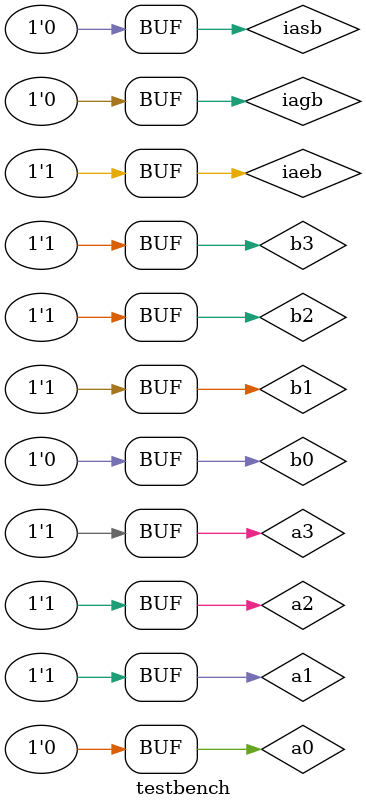
<source format=v>


`timescale 1ns/100ps

module testbench;
reg a3,a2,a1,a0,b3,b2,b1,b0,iagb,iasb, iaeb; 
wire qagb,qasb,qaeb;

HC85 HC85_0 (
    // Inputs
    .A3(a3),
    .A2(a2),
    .A1(a1),
    .A0(a0),
    .B3(b3),
    .B2(b2),
    .B1(b1),
    .B0(b0),
    .IAGB(iagb),
    .IASB(iasb),
    .IAEB(iaeb),

    // Outputs
    .QAGB( qagb),
    .QASB( qasb),
    .QAEB( qaeb)
    // Inouts
);
initial 
    begin
    a3=1;a2=0;a1=0;a0=0;b3=0;b2=0;b1=0;b0=0;iagb=0;iasb=0; iaeb=0; 
    #10 a3=0;b3=1;
    #10 a3=1;b3=1;a2=1;b2=0;
    #10 a3=1;b3=1;a2=0;b2=1;
    #10 a3=1;b3=1;a2=1;b2=1;
    #10 a3=1;b3=1;a2=1;b2=1;
    #10 a3=1;b3=1;a2=1;b2=1;a1=1;b1=0;
    #10 a3=1;b3=1;a2=1;b2=1;a1=0;b1=1;
    #10 a3=1;b3=1;a2=1;b2=1;a1=1;b1=1;
    #10 a3=1;b3=1;a2=1;b2=1;a1=1;b1=1;a0=1;b0=0;
    #10 a3=1;b3=1;a2=1;b2=1;a1=1;b1=1;a0=0;b0=1;
    #10 a3=1;b3=1;a2=1;b2=1;a1=1;b1=1;a0=1;b0=1;
    #10 a3=1;b3=1;a2=1;b2=1;a1=1;b1=1;a0=1;b0=1;iasb=1;
    #10 a3=1;b3=1;a2=1;b2=1;a1=1;b1=1;a0=1;b0=1;iasb=0;iagb=1;
    #10 a3=1;b3=1;a2=1;b2=1;a1=1;b1=1;a0=1;b0=1;iasb=1;iagb=1;
    #10 a3=1;b3=1;a2=1;b2=1;a1=1;b1=1;a0=0;b0=0;iasb=0;iagb=0;iaeb=1;
    end
endmodule


</source>
